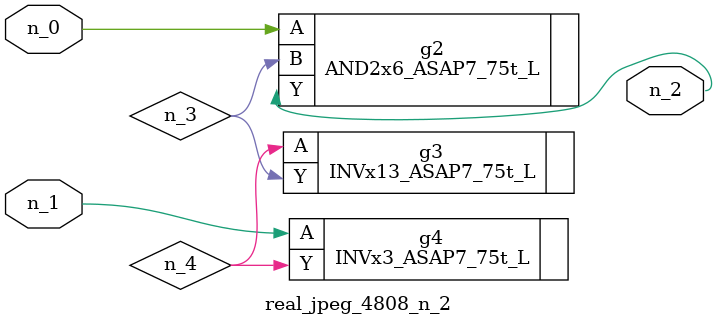
<source format=v>
module real_jpeg_4808_n_2 (n_1, n_0, n_2);

input n_1;
input n_0;

output n_2;

wire n_4;
wire n_3;

AND2x6_ASAP7_75t_L g2 ( 
.A(n_0),
.B(n_3),
.Y(n_2)
);

INVx3_ASAP7_75t_L g4 ( 
.A(n_1),
.Y(n_4)
);

INVx13_ASAP7_75t_L g3 ( 
.A(n_4),
.Y(n_3)
);


endmodule
</source>
